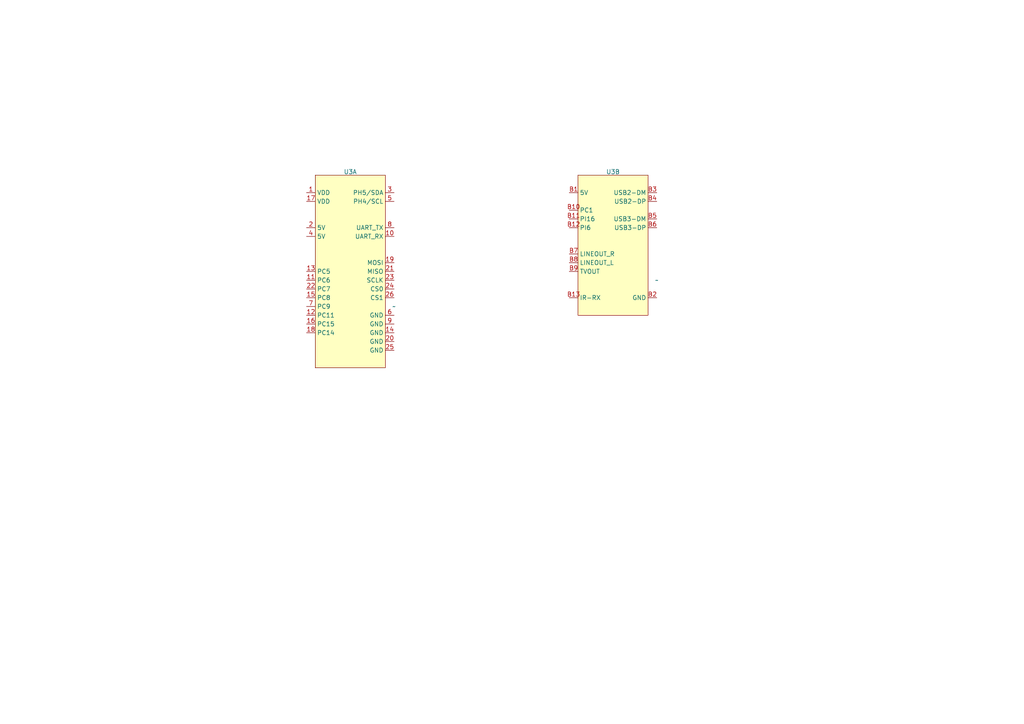
<source format=kicad_sch>
(kicad_sch (version 20230121) (generator eeschema)
  (paper "A4")
  (lib_symbols
    (symbol "thebots_midplate:OrangePiZero2"
      (property "Reference" "U" (at -10.16 22.86 0))
      (symbol "OrangePiZero2_1_0"
        (pin unspecified line (at -12.7 22.86 0) (length 2.54) (name "VDD") (number "1"))
        (pin unspecified line (at 12.7 10.16 180) (length 2.54) (name "UART_RX") (number "10"))
        (pin unspecified line (at -12.7 -2.54 0) (length 2.54) (name "PC6") (number "11"))
        (pin unspecified line (at -12.7 -12.7 0) (length 2.54) (name "PC11") (number "12"))
        (pin unspecified line (at -12.7 0 0) (length 2.54) (name "PC5") (number "13"))
        (pin unspecified line (at 12.7 -17.78 180) (length 2.54) (name "GND") (number "14"))
        (pin unspecified line (at -12.7 -7.62 0) (length 2.54) (name "PC8") (number "15"))
        (pin unspecified line (at -12.7 -15.24 0) (length 2.54) (name "PC15") (number "16"))
        (pin unspecified line (at -12.7 20.32 0) (length 2.54) (name "VDD") (number "17"))
        (pin unspecified line (at -12.7 -17.78 0) (length 2.54) (name "PC14") (number "18"))
        (pin unspecified line (at 12.7 2.54 180) (length 2.54) (name "MOSI") (number "19"))
        (pin unspecified line (at -12.7 12.7 0) (length 2.54) (name "5V") (number "2"))
        (pin unspecified line (at 12.7 -20.32 180) (length 2.54) (name "GND") (number "20"))
        (pin unspecified line (at 12.7 0 180) (length 2.54) (name "MISO") (number "21"))
        (pin unspecified line (at -12.7 -5.08 0) (length 2.54) (name "PC7") (number "22"))
        (pin unspecified line (at 12.7 -2.54 180) (length 2.54) (name "SCLK") (number "23"))
        (pin unspecified line (at 12.7 -5.08 180) (length 2.54) (name "CS0") (number "24"))
        (pin unspecified line (at 12.7 -22.86 180) (length 2.54) (name "GND") (number "25"))
        (pin unspecified line (at 12.7 -7.62 180) (length 2.54) (name "CS1") (number "26"))
        (pin unspecified line (at 12.7 22.86 180) (length 2.54) (name "PH5/SDA") (number "3"))
        (pin unspecified line (at -12.7 10.16 0) (length 2.54) (name "5V") (number "4"))
        (pin unspecified line (at 12.7 20.32 180) (length 2.54) (name "PH4/SCL") (number "5"))
        (pin unspecified line (at 12.7 -12.7 180) (length 2.54) (name "GND") (number "6"))
        (pin unspecified line (at -12.7 -10.16 0) (length 2.54) (name "PC9") (number "7"))
        (pin unspecified line (at 12.7 12.7 180) (length 2.54) (name "UART_TX") (number "8"))
        (pin unspecified line (at 12.7 -15.24 180) (length 2.54) (name "GND") (number "9"))
      )
      (symbol "OrangePiZero2_1_1"
        (rectangle (start -10.16 27.94) (end 10.16 -27.94) (fill (type background)))
      )
      (symbol "OrangePiZero2_2_0"
        (pin unspecified line (at -12.7 15.24 0) (length 2.54) (name "5V") (number "B1"))
        (pin unspecified line (at -12.7 10.16 0) (length 2.54) (name "PC1") (number "B10"))
        (pin unspecified line (at -12.7 7.62 0) (length 2.54) (name "PI16") (number "B11"))
        (pin unspecified line (at -12.7 5.08 0) (length 2.54) (name "PI6") (number "B12"))
        (pin unspecified line (at -12.7 -15.24 0) (length 2.54) (name "IR-RX") (number "B13"))
        (pin unspecified line (at 12.7 -15.24 180) (length 2.54) (name "GND") (number "B2"))
        (pin unspecified line (at 12.7 15.24 180) (length 2.54) (name "USB2-DM") (number "B3"))
        (pin unspecified line (at 12.7 12.7 180) (length 2.54) (name "USB2-DP") (number "B4"))
        (pin unspecified line (at 12.7 7.62 180) (length 2.54) (name "USB3-DM") (number "B5"))
        (pin unspecified line (at 12.7 5.08 180) (length 2.54) (name "USB3-DP") (number "B6"))
        (pin unspecified line (at -12.7 -2.54 0) (length 2.54) (name "LINEOUT_R") (number "B7"))
        (pin unspecified line (at -12.7 -5.08 0) (length 2.54) (name "LINEOUT_L") (number "B8"))
        (pin unspecified line (at -12.7 -7.62 0) (length 2.54) (name "TVOUT") (number "B9"))
      )
      (symbol "OrangePiZero2_2_1"
        (rectangle (start -10.16 20.32) (end 10.16 -20.32) (fill (type background)))
      )
    )
  )
  (symbol (lib_id "thebots_midplate:OrangePiZero2") (at 177.8 71.12 0) (unit 2)
    (property "Reference" "U3" (at 177.8 49.8381 0))
    (property "Value" "~" (at 190.5 81.28 0))
  )
  (symbol (lib_id "thebots_midplate:OrangePiZero2") (at 101.6 78.74 0) (unit 1)
    (property "Reference" "U3" (at 101.6 49.8381 0))
    (property "Value" "~" (at 114.3 88.9 0))
  )
)
</source>
